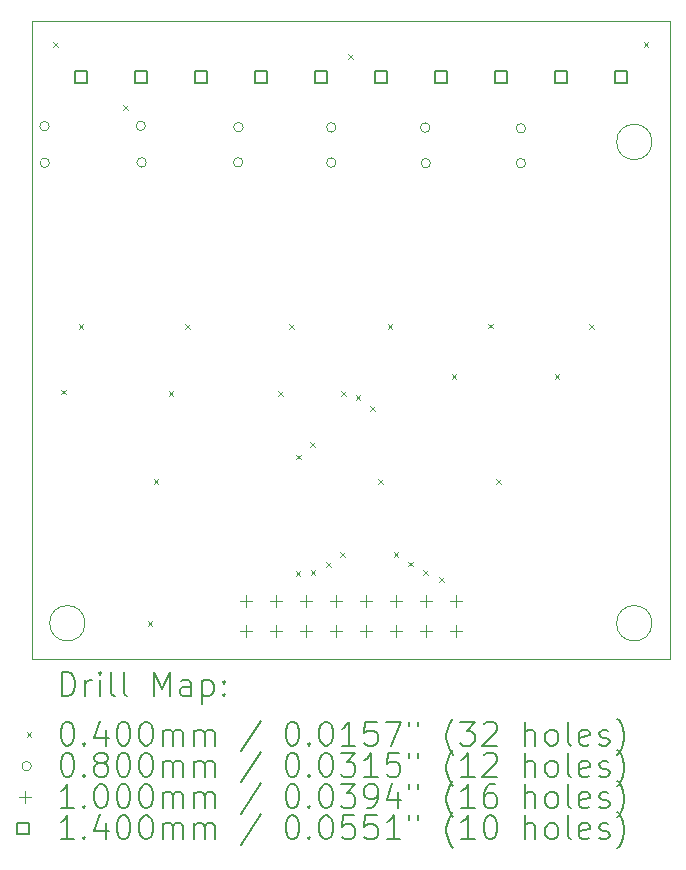
<source format=gbr>
%TF.GenerationSoftware,KiCad,Pcbnew,6.0.7+dfsg-1~bpo11+1*%
%TF.CreationDate,2022-10-12T23:40:45+02:00*%
%TF.ProjectId,rib6out_01,72696236-6f75-4745-9f30-312e6b696361,rev?*%
%TF.SameCoordinates,Original*%
%TF.FileFunction,Drillmap*%
%TF.FilePolarity,Positive*%
%FSLAX45Y45*%
G04 Gerber Fmt 4.5, Leading zero omitted, Abs format (unit mm)*
G04 Created by KiCad (PCBNEW 6.0.7+dfsg-1~bpo11+1) date 2022-10-12 23:40:45*
%MOMM*%
%LPD*%
G01*
G04 APERTURE LIST*
%ADD10C,0.100000*%
%ADD11C,0.200000*%
%ADD12C,0.040000*%
%ADD13C,0.080000*%
%ADD14C,0.140000*%
G04 APERTURE END LIST*
D10*
X17850000Y-11700000D02*
G75*
G03*
X17850000Y-11700000I-150000J0D01*
G01*
X13050000Y-11700000D02*
G75*
G03*
X13050000Y-11700000I-150000J0D01*
G01*
X12600000Y-12000000D02*
X18000000Y-12000000D01*
X18000000Y-12000000D02*
X18000000Y-6600000D01*
X18000000Y-6600000D02*
X12600000Y-6600000D01*
X12600000Y-6600000D02*
X12600000Y-12000000D01*
X17850000Y-7625000D02*
G75*
G03*
X17850000Y-7625000I-150000J0D01*
G01*
D11*
D12*
X12780000Y-6780000D02*
X12820000Y-6820000D01*
X12820000Y-6780000D02*
X12780000Y-6820000D01*
X12845000Y-9722000D02*
X12885000Y-9762000D01*
X12885000Y-9722000D02*
X12845000Y-9762000D01*
X12995000Y-9165000D02*
X13035000Y-9205000D01*
X13035000Y-9165000D02*
X12995000Y-9205000D01*
X13371000Y-7311000D02*
X13411000Y-7351000D01*
X13411000Y-7311000D02*
X13371000Y-7351000D01*
X13580000Y-11680000D02*
X13620000Y-11720000D01*
X13620000Y-11680000D02*
X13580000Y-11720000D01*
X13630000Y-10480000D02*
X13670000Y-10520000D01*
X13670000Y-10480000D02*
X13630000Y-10520000D01*
X13757000Y-9733000D02*
X13797000Y-9773000D01*
X13797000Y-9733000D02*
X13757000Y-9773000D01*
X13895000Y-9167000D02*
X13935000Y-9207000D01*
X13935000Y-9167000D02*
X13895000Y-9207000D01*
X14685000Y-9736000D02*
X14725000Y-9776000D01*
X14725000Y-9736000D02*
X14685000Y-9776000D01*
X14778000Y-9167000D02*
X14818000Y-9207000D01*
X14818000Y-9167000D02*
X14778000Y-9207000D01*
X14833000Y-11256000D02*
X14873000Y-11296000D01*
X14873000Y-11256000D02*
X14833000Y-11296000D01*
X14835000Y-10273000D02*
X14875000Y-10313000D01*
X14875000Y-10273000D02*
X14835000Y-10313000D01*
X14956000Y-10167000D02*
X14996000Y-10207000D01*
X14996000Y-10167000D02*
X14956000Y-10207000D01*
X14961000Y-11252000D02*
X15001000Y-11292000D01*
X15001000Y-11252000D02*
X14961000Y-11292000D01*
X15089000Y-11180000D02*
X15129000Y-11220000D01*
X15129000Y-11180000D02*
X15089000Y-11220000D01*
X15212000Y-11101000D02*
X15252000Y-11141000D01*
X15252000Y-11101000D02*
X15212000Y-11141000D01*
X15216000Y-9736000D02*
X15256000Y-9776000D01*
X15256000Y-9736000D02*
X15216000Y-9776000D01*
X15280000Y-6880000D02*
X15320000Y-6920000D01*
X15320000Y-6880000D02*
X15280000Y-6920000D01*
X15341500Y-9767500D02*
X15381500Y-9807500D01*
X15381500Y-9767500D02*
X15341500Y-9807500D01*
X15466000Y-9862000D02*
X15506000Y-9902000D01*
X15506000Y-9862000D02*
X15466000Y-9902000D01*
X15530000Y-10480000D02*
X15570000Y-10520000D01*
X15570000Y-10480000D02*
X15530000Y-10520000D01*
X15613000Y-9165000D02*
X15653000Y-9205000D01*
X15653000Y-9165000D02*
X15613000Y-9205000D01*
X15663000Y-11100000D02*
X15703000Y-11140000D01*
X15703000Y-11100000D02*
X15663000Y-11140000D01*
X15783500Y-11179500D02*
X15823500Y-11219500D01*
X15823500Y-11179500D02*
X15783500Y-11219500D01*
X15915000Y-11253000D02*
X15955000Y-11293000D01*
X15955000Y-11253000D02*
X15915000Y-11293000D01*
X16047000Y-11307000D02*
X16087000Y-11347000D01*
X16087000Y-11307000D02*
X16047000Y-11347000D01*
X16154000Y-9589000D02*
X16194000Y-9629000D01*
X16194000Y-9589000D02*
X16154000Y-9629000D01*
X16464000Y-9164000D02*
X16504000Y-9204000D01*
X16504000Y-9164000D02*
X16464000Y-9204000D01*
X16530000Y-10480000D02*
X16570000Y-10520000D01*
X16570000Y-10480000D02*
X16530000Y-10520000D01*
X17026000Y-9592000D02*
X17066000Y-9632000D01*
X17066000Y-9592000D02*
X17026000Y-9632000D01*
X17320000Y-9165000D02*
X17360000Y-9205000D01*
X17360000Y-9165000D02*
X17320000Y-9205000D01*
X17780000Y-6780000D02*
X17820000Y-6820000D01*
X17820000Y-6780000D02*
X17780000Y-6820000D01*
D13*
X12747000Y-7491000D02*
G75*
G03*
X12747000Y-7491000I-40000J0D01*
G01*
X12749000Y-7802000D02*
G75*
G03*
X12749000Y-7802000I-40000J0D01*
G01*
X13562000Y-7489000D02*
G75*
G03*
X13562000Y-7489000I-40000J0D01*
G01*
X13569000Y-7798000D02*
G75*
G03*
X13569000Y-7798000I-40000J0D01*
G01*
X14386000Y-7798000D02*
G75*
G03*
X14386000Y-7798000I-40000J0D01*
G01*
X14389000Y-7499000D02*
G75*
G03*
X14389000Y-7499000I-40000J0D01*
G01*
X15175000Y-7502000D02*
G75*
G03*
X15175000Y-7502000I-40000J0D01*
G01*
X15175000Y-7800000D02*
G75*
G03*
X15175000Y-7800000I-40000J0D01*
G01*
X15970000Y-7503000D02*
G75*
G03*
X15970000Y-7503000I-40000J0D01*
G01*
X15975000Y-7805000D02*
G75*
G03*
X15975000Y-7805000I-40000J0D01*
G01*
X16780000Y-7510000D02*
G75*
G03*
X16780000Y-7510000I-40000J0D01*
G01*
X16780000Y-7805000D02*
G75*
G03*
X16780000Y-7805000I-40000J0D01*
G01*
D10*
X14411000Y-11462000D02*
X14411000Y-11562000D01*
X14361000Y-11512000D02*
X14461000Y-11512000D01*
X14411000Y-11716000D02*
X14411000Y-11816000D01*
X14361000Y-11766000D02*
X14461000Y-11766000D01*
X14665000Y-11462000D02*
X14665000Y-11562000D01*
X14615000Y-11512000D02*
X14715000Y-11512000D01*
X14665000Y-11716000D02*
X14665000Y-11816000D01*
X14615000Y-11766000D02*
X14715000Y-11766000D01*
X14919000Y-11462000D02*
X14919000Y-11562000D01*
X14869000Y-11512000D02*
X14969000Y-11512000D01*
X14919000Y-11716000D02*
X14919000Y-11816000D01*
X14869000Y-11766000D02*
X14969000Y-11766000D01*
X15173000Y-11462000D02*
X15173000Y-11562000D01*
X15123000Y-11512000D02*
X15223000Y-11512000D01*
X15173000Y-11716000D02*
X15173000Y-11816000D01*
X15123000Y-11766000D02*
X15223000Y-11766000D01*
X15427000Y-11462000D02*
X15427000Y-11562000D01*
X15377000Y-11512000D02*
X15477000Y-11512000D01*
X15427000Y-11716000D02*
X15427000Y-11816000D01*
X15377000Y-11766000D02*
X15477000Y-11766000D01*
X15681000Y-11462000D02*
X15681000Y-11562000D01*
X15631000Y-11512000D02*
X15731000Y-11512000D01*
X15681000Y-11716000D02*
X15681000Y-11816000D01*
X15631000Y-11766000D02*
X15731000Y-11766000D01*
X15935000Y-11462000D02*
X15935000Y-11562000D01*
X15885000Y-11512000D02*
X15985000Y-11512000D01*
X15935000Y-11716000D02*
X15935000Y-11816000D01*
X15885000Y-11766000D02*
X15985000Y-11766000D01*
X16189000Y-11462000D02*
X16189000Y-11562000D01*
X16139000Y-11512000D02*
X16239000Y-11512000D01*
X16189000Y-11716000D02*
X16189000Y-11816000D01*
X16139000Y-11766000D02*
X16239000Y-11766000D01*
D14*
X13063498Y-7127248D02*
X13063498Y-7028252D01*
X12964502Y-7028252D01*
X12964502Y-7127248D01*
X13063498Y-7127248D01*
X13571498Y-7127248D02*
X13571498Y-7028252D01*
X13472502Y-7028252D01*
X13472502Y-7127248D01*
X13571498Y-7127248D01*
X14079498Y-7127248D02*
X14079498Y-7028252D01*
X13980502Y-7028252D01*
X13980502Y-7127248D01*
X14079498Y-7127248D01*
X14587498Y-7127248D02*
X14587498Y-7028252D01*
X14488502Y-7028252D01*
X14488502Y-7127248D01*
X14587498Y-7127248D01*
X15095498Y-7127248D02*
X15095498Y-7028252D01*
X14996502Y-7028252D01*
X14996502Y-7127248D01*
X15095498Y-7127248D01*
X15603498Y-7127248D02*
X15603498Y-7028252D01*
X15504502Y-7028252D01*
X15504502Y-7127248D01*
X15603498Y-7127248D01*
X16111498Y-7127248D02*
X16111498Y-7028252D01*
X16012502Y-7028252D01*
X16012502Y-7127248D01*
X16111498Y-7127248D01*
X16619498Y-7127248D02*
X16619498Y-7028252D01*
X16520502Y-7028252D01*
X16520502Y-7127248D01*
X16619498Y-7127248D01*
X17127498Y-7127248D02*
X17127498Y-7028252D01*
X17028502Y-7028252D01*
X17028502Y-7127248D01*
X17127498Y-7127248D01*
X17635498Y-7127248D02*
X17635498Y-7028252D01*
X17536502Y-7028252D01*
X17536502Y-7127248D01*
X17635498Y-7127248D01*
D11*
X12852619Y-12315476D02*
X12852619Y-12115476D01*
X12900238Y-12115476D01*
X12928809Y-12125000D01*
X12947857Y-12144048D01*
X12957381Y-12163095D01*
X12966905Y-12201190D01*
X12966905Y-12229762D01*
X12957381Y-12267857D01*
X12947857Y-12286905D01*
X12928809Y-12305952D01*
X12900238Y-12315476D01*
X12852619Y-12315476D01*
X13052619Y-12315476D02*
X13052619Y-12182143D01*
X13052619Y-12220238D02*
X13062143Y-12201190D01*
X13071667Y-12191667D01*
X13090714Y-12182143D01*
X13109762Y-12182143D01*
X13176428Y-12315476D02*
X13176428Y-12182143D01*
X13176428Y-12115476D02*
X13166905Y-12125000D01*
X13176428Y-12134524D01*
X13185952Y-12125000D01*
X13176428Y-12115476D01*
X13176428Y-12134524D01*
X13300238Y-12315476D02*
X13281190Y-12305952D01*
X13271667Y-12286905D01*
X13271667Y-12115476D01*
X13405000Y-12315476D02*
X13385952Y-12305952D01*
X13376428Y-12286905D01*
X13376428Y-12115476D01*
X13633571Y-12315476D02*
X13633571Y-12115476D01*
X13700238Y-12258333D01*
X13766905Y-12115476D01*
X13766905Y-12315476D01*
X13947857Y-12315476D02*
X13947857Y-12210714D01*
X13938333Y-12191667D01*
X13919286Y-12182143D01*
X13881190Y-12182143D01*
X13862143Y-12191667D01*
X13947857Y-12305952D02*
X13928809Y-12315476D01*
X13881190Y-12315476D01*
X13862143Y-12305952D01*
X13852619Y-12286905D01*
X13852619Y-12267857D01*
X13862143Y-12248809D01*
X13881190Y-12239286D01*
X13928809Y-12239286D01*
X13947857Y-12229762D01*
X14043095Y-12182143D02*
X14043095Y-12382143D01*
X14043095Y-12191667D02*
X14062143Y-12182143D01*
X14100238Y-12182143D01*
X14119286Y-12191667D01*
X14128809Y-12201190D01*
X14138333Y-12220238D01*
X14138333Y-12277381D01*
X14128809Y-12296428D01*
X14119286Y-12305952D01*
X14100238Y-12315476D01*
X14062143Y-12315476D01*
X14043095Y-12305952D01*
X14224048Y-12296428D02*
X14233571Y-12305952D01*
X14224048Y-12315476D01*
X14214524Y-12305952D01*
X14224048Y-12296428D01*
X14224048Y-12315476D01*
X14224048Y-12191667D02*
X14233571Y-12201190D01*
X14224048Y-12210714D01*
X14214524Y-12201190D01*
X14224048Y-12191667D01*
X14224048Y-12210714D01*
D12*
X12555000Y-12625000D02*
X12595000Y-12665000D01*
X12595000Y-12625000D02*
X12555000Y-12665000D01*
D11*
X12890714Y-12535476D02*
X12909762Y-12535476D01*
X12928809Y-12545000D01*
X12938333Y-12554524D01*
X12947857Y-12573571D01*
X12957381Y-12611667D01*
X12957381Y-12659286D01*
X12947857Y-12697381D01*
X12938333Y-12716428D01*
X12928809Y-12725952D01*
X12909762Y-12735476D01*
X12890714Y-12735476D01*
X12871667Y-12725952D01*
X12862143Y-12716428D01*
X12852619Y-12697381D01*
X12843095Y-12659286D01*
X12843095Y-12611667D01*
X12852619Y-12573571D01*
X12862143Y-12554524D01*
X12871667Y-12545000D01*
X12890714Y-12535476D01*
X13043095Y-12716428D02*
X13052619Y-12725952D01*
X13043095Y-12735476D01*
X13033571Y-12725952D01*
X13043095Y-12716428D01*
X13043095Y-12735476D01*
X13224048Y-12602143D02*
X13224048Y-12735476D01*
X13176428Y-12525952D02*
X13128809Y-12668809D01*
X13252619Y-12668809D01*
X13366905Y-12535476D02*
X13385952Y-12535476D01*
X13405000Y-12545000D01*
X13414524Y-12554524D01*
X13424048Y-12573571D01*
X13433571Y-12611667D01*
X13433571Y-12659286D01*
X13424048Y-12697381D01*
X13414524Y-12716428D01*
X13405000Y-12725952D01*
X13385952Y-12735476D01*
X13366905Y-12735476D01*
X13347857Y-12725952D01*
X13338333Y-12716428D01*
X13328809Y-12697381D01*
X13319286Y-12659286D01*
X13319286Y-12611667D01*
X13328809Y-12573571D01*
X13338333Y-12554524D01*
X13347857Y-12545000D01*
X13366905Y-12535476D01*
X13557381Y-12535476D02*
X13576428Y-12535476D01*
X13595476Y-12545000D01*
X13605000Y-12554524D01*
X13614524Y-12573571D01*
X13624048Y-12611667D01*
X13624048Y-12659286D01*
X13614524Y-12697381D01*
X13605000Y-12716428D01*
X13595476Y-12725952D01*
X13576428Y-12735476D01*
X13557381Y-12735476D01*
X13538333Y-12725952D01*
X13528809Y-12716428D01*
X13519286Y-12697381D01*
X13509762Y-12659286D01*
X13509762Y-12611667D01*
X13519286Y-12573571D01*
X13528809Y-12554524D01*
X13538333Y-12545000D01*
X13557381Y-12535476D01*
X13709762Y-12735476D02*
X13709762Y-12602143D01*
X13709762Y-12621190D02*
X13719286Y-12611667D01*
X13738333Y-12602143D01*
X13766905Y-12602143D01*
X13785952Y-12611667D01*
X13795476Y-12630714D01*
X13795476Y-12735476D01*
X13795476Y-12630714D02*
X13805000Y-12611667D01*
X13824048Y-12602143D01*
X13852619Y-12602143D01*
X13871667Y-12611667D01*
X13881190Y-12630714D01*
X13881190Y-12735476D01*
X13976428Y-12735476D02*
X13976428Y-12602143D01*
X13976428Y-12621190D02*
X13985952Y-12611667D01*
X14005000Y-12602143D01*
X14033571Y-12602143D01*
X14052619Y-12611667D01*
X14062143Y-12630714D01*
X14062143Y-12735476D01*
X14062143Y-12630714D02*
X14071667Y-12611667D01*
X14090714Y-12602143D01*
X14119286Y-12602143D01*
X14138333Y-12611667D01*
X14147857Y-12630714D01*
X14147857Y-12735476D01*
X14538333Y-12525952D02*
X14366905Y-12783095D01*
X14795476Y-12535476D02*
X14814524Y-12535476D01*
X14833571Y-12545000D01*
X14843095Y-12554524D01*
X14852619Y-12573571D01*
X14862143Y-12611667D01*
X14862143Y-12659286D01*
X14852619Y-12697381D01*
X14843095Y-12716428D01*
X14833571Y-12725952D01*
X14814524Y-12735476D01*
X14795476Y-12735476D01*
X14776428Y-12725952D01*
X14766905Y-12716428D01*
X14757381Y-12697381D01*
X14747857Y-12659286D01*
X14747857Y-12611667D01*
X14757381Y-12573571D01*
X14766905Y-12554524D01*
X14776428Y-12545000D01*
X14795476Y-12535476D01*
X14947857Y-12716428D02*
X14957381Y-12725952D01*
X14947857Y-12735476D01*
X14938333Y-12725952D01*
X14947857Y-12716428D01*
X14947857Y-12735476D01*
X15081190Y-12535476D02*
X15100238Y-12535476D01*
X15119286Y-12545000D01*
X15128809Y-12554524D01*
X15138333Y-12573571D01*
X15147857Y-12611667D01*
X15147857Y-12659286D01*
X15138333Y-12697381D01*
X15128809Y-12716428D01*
X15119286Y-12725952D01*
X15100238Y-12735476D01*
X15081190Y-12735476D01*
X15062143Y-12725952D01*
X15052619Y-12716428D01*
X15043095Y-12697381D01*
X15033571Y-12659286D01*
X15033571Y-12611667D01*
X15043095Y-12573571D01*
X15052619Y-12554524D01*
X15062143Y-12545000D01*
X15081190Y-12535476D01*
X15338333Y-12735476D02*
X15224048Y-12735476D01*
X15281190Y-12735476D02*
X15281190Y-12535476D01*
X15262143Y-12564048D01*
X15243095Y-12583095D01*
X15224048Y-12592619D01*
X15519286Y-12535476D02*
X15424048Y-12535476D01*
X15414524Y-12630714D01*
X15424048Y-12621190D01*
X15443095Y-12611667D01*
X15490714Y-12611667D01*
X15509762Y-12621190D01*
X15519286Y-12630714D01*
X15528809Y-12649762D01*
X15528809Y-12697381D01*
X15519286Y-12716428D01*
X15509762Y-12725952D01*
X15490714Y-12735476D01*
X15443095Y-12735476D01*
X15424048Y-12725952D01*
X15414524Y-12716428D01*
X15595476Y-12535476D02*
X15728809Y-12535476D01*
X15643095Y-12735476D01*
X15795476Y-12535476D02*
X15795476Y-12573571D01*
X15871667Y-12535476D02*
X15871667Y-12573571D01*
X16166905Y-12811667D02*
X16157381Y-12802143D01*
X16138333Y-12773571D01*
X16128809Y-12754524D01*
X16119286Y-12725952D01*
X16109762Y-12678333D01*
X16109762Y-12640238D01*
X16119286Y-12592619D01*
X16128809Y-12564048D01*
X16138333Y-12545000D01*
X16157381Y-12516428D01*
X16166905Y-12506905D01*
X16224048Y-12535476D02*
X16347857Y-12535476D01*
X16281190Y-12611667D01*
X16309762Y-12611667D01*
X16328809Y-12621190D01*
X16338333Y-12630714D01*
X16347857Y-12649762D01*
X16347857Y-12697381D01*
X16338333Y-12716428D01*
X16328809Y-12725952D01*
X16309762Y-12735476D01*
X16252619Y-12735476D01*
X16233571Y-12725952D01*
X16224048Y-12716428D01*
X16424048Y-12554524D02*
X16433571Y-12545000D01*
X16452619Y-12535476D01*
X16500238Y-12535476D01*
X16519286Y-12545000D01*
X16528809Y-12554524D01*
X16538333Y-12573571D01*
X16538333Y-12592619D01*
X16528809Y-12621190D01*
X16414524Y-12735476D01*
X16538333Y-12735476D01*
X16776428Y-12735476D02*
X16776428Y-12535476D01*
X16862143Y-12735476D02*
X16862143Y-12630714D01*
X16852619Y-12611667D01*
X16833571Y-12602143D01*
X16805000Y-12602143D01*
X16785952Y-12611667D01*
X16776428Y-12621190D01*
X16985952Y-12735476D02*
X16966905Y-12725952D01*
X16957381Y-12716428D01*
X16947857Y-12697381D01*
X16947857Y-12640238D01*
X16957381Y-12621190D01*
X16966905Y-12611667D01*
X16985952Y-12602143D01*
X17014524Y-12602143D01*
X17033571Y-12611667D01*
X17043095Y-12621190D01*
X17052619Y-12640238D01*
X17052619Y-12697381D01*
X17043095Y-12716428D01*
X17033571Y-12725952D01*
X17014524Y-12735476D01*
X16985952Y-12735476D01*
X17166905Y-12735476D02*
X17147857Y-12725952D01*
X17138333Y-12706905D01*
X17138333Y-12535476D01*
X17319286Y-12725952D02*
X17300238Y-12735476D01*
X17262143Y-12735476D01*
X17243095Y-12725952D01*
X17233571Y-12706905D01*
X17233571Y-12630714D01*
X17243095Y-12611667D01*
X17262143Y-12602143D01*
X17300238Y-12602143D01*
X17319286Y-12611667D01*
X17328810Y-12630714D01*
X17328810Y-12649762D01*
X17233571Y-12668809D01*
X17405000Y-12725952D02*
X17424048Y-12735476D01*
X17462143Y-12735476D01*
X17481190Y-12725952D01*
X17490714Y-12706905D01*
X17490714Y-12697381D01*
X17481190Y-12678333D01*
X17462143Y-12668809D01*
X17433571Y-12668809D01*
X17414524Y-12659286D01*
X17405000Y-12640238D01*
X17405000Y-12630714D01*
X17414524Y-12611667D01*
X17433571Y-12602143D01*
X17462143Y-12602143D01*
X17481190Y-12611667D01*
X17557381Y-12811667D02*
X17566905Y-12802143D01*
X17585952Y-12773571D01*
X17595476Y-12754524D01*
X17605000Y-12725952D01*
X17614524Y-12678333D01*
X17614524Y-12640238D01*
X17605000Y-12592619D01*
X17595476Y-12564048D01*
X17585952Y-12545000D01*
X17566905Y-12516428D01*
X17557381Y-12506905D01*
D13*
X12595000Y-12909000D02*
G75*
G03*
X12595000Y-12909000I-40000J0D01*
G01*
D11*
X12890714Y-12799476D02*
X12909762Y-12799476D01*
X12928809Y-12809000D01*
X12938333Y-12818524D01*
X12947857Y-12837571D01*
X12957381Y-12875667D01*
X12957381Y-12923286D01*
X12947857Y-12961381D01*
X12938333Y-12980428D01*
X12928809Y-12989952D01*
X12909762Y-12999476D01*
X12890714Y-12999476D01*
X12871667Y-12989952D01*
X12862143Y-12980428D01*
X12852619Y-12961381D01*
X12843095Y-12923286D01*
X12843095Y-12875667D01*
X12852619Y-12837571D01*
X12862143Y-12818524D01*
X12871667Y-12809000D01*
X12890714Y-12799476D01*
X13043095Y-12980428D02*
X13052619Y-12989952D01*
X13043095Y-12999476D01*
X13033571Y-12989952D01*
X13043095Y-12980428D01*
X13043095Y-12999476D01*
X13166905Y-12885190D02*
X13147857Y-12875667D01*
X13138333Y-12866143D01*
X13128809Y-12847095D01*
X13128809Y-12837571D01*
X13138333Y-12818524D01*
X13147857Y-12809000D01*
X13166905Y-12799476D01*
X13205000Y-12799476D01*
X13224048Y-12809000D01*
X13233571Y-12818524D01*
X13243095Y-12837571D01*
X13243095Y-12847095D01*
X13233571Y-12866143D01*
X13224048Y-12875667D01*
X13205000Y-12885190D01*
X13166905Y-12885190D01*
X13147857Y-12894714D01*
X13138333Y-12904238D01*
X13128809Y-12923286D01*
X13128809Y-12961381D01*
X13138333Y-12980428D01*
X13147857Y-12989952D01*
X13166905Y-12999476D01*
X13205000Y-12999476D01*
X13224048Y-12989952D01*
X13233571Y-12980428D01*
X13243095Y-12961381D01*
X13243095Y-12923286D01*
X13233571Y-12904238D01*
X13224048Y-12894714D01*
X13205000Y-12885190D01*
X13366905Y-12799476D02*
X13385952Y-12799476D01*
X13405000Y-12809000D01*
X13414524Y-12818524D01*
X13424048Y-12837571D01*
X13433571Y-12875667D01*
X13433571Y-12923286D01*
X13424048Y-12961381D01*
X13414524Y-12980428D01*
X13405000Y-12989952D01*
X13385952Y-12999476D01*
X13366905Y-12999476D01*
X13347857Y-12989952D01*
X13338333Y-12980428D01*
X13328809Y-12961381D01*
X13319286Y-12923286D01*
X13319286Y-12875667D01*
X13328809Y-12837571D01*
X13338333Y-12818524D01*
X13347857Y-12809000D01*
X13366905Y-12799476D01*
X13557381Y-12799476D02*
X13576428Y-12799476D01*
X13595476Y-12809000D01*
X13605000Y-12818524D01*
X13614524Y-12837571D01*
X13624048Y-12875667D01*
X13624048Y-12923286D01*
X13614524Y-12961381D01*
X13605000Y-12980428D01*
X13595476Y-12989952D01*
X13576428Y-12999476D01*
X13557381Y-12999476D01*
X13538333Y-12989952D01*
X13528809Y-12980428D01*
X13519286Y-12961381D01*
X13509762Y-12923286D01*
X13509762Y-12875667D01*
X13519286Y-12837571D01*
X13528809Y-12818524D01*
X13538333Y-12809000D01*
X13557381Y-12799476D01*
X13709762Y-12999476D02*
X13709762Y-12866143D01*
X13709762Y-12885190D02*
X13719286Y-12875667D01*
X13738333Y-12866143D01*
X13766905Y-12866143D01*
X13785952Y-12875667D01*
X13795476Y-12894714D01*
X13795476Y-12999476D01*
X13795476Y-12894714D02*
X13805000Y-12875667D01*
X13824048Y-12866143D01*
X13852619Y-12866143D01*
X13871667Y-12875667D01*
X13881190Y-12894714D01*
X13881190Y-12999476D01*
X13976428Y-12999476D02*
X13976428Y-12866143D01*
X13976428Y-12885190D02*
X13985952Y-12875667D01*
X14005000Y-12866143D01*
X14033571Y-12866143D01*
X14052619Y-12875667D01*
X14062143Y-12894714D01*
X14062143Y-12999476D01*
X14062143Y-12894714D02*
X14071667Y-12875667D01*
X14090714Y-12866143D01*
X14119286Y-12866143D01*
X14138333Y-12875667D01*
X14147857Y-12894714D01*
X14147857Y-12999476D01*
X14538333Y-12789952D02*
X14366905Y-13047095D01*
X14795476Y-12799476D02*
X14814524Y-12799476D01*
X14833571Y-12809000D01*
X14843095Y-12818524D01*
X14852619Y-12837571D01*
X14862143Y-12875667D01*
X14862143Y-12923286D01*
X14852619Y-12961381D01*
X14843095Y-12980428D01*
X14833571Y-12989952D01*
X14814524Y-12999476D01*
X14795476Y-12999476D01*
X14776428Y-12989952D01*
X14766905Y-12980428D01*
X14757381Y-12961381D01*
X14747857Y-12923286D01*
X14747857Y-12875667D01*
X14757381Y-12837571D01*
X14766905Y-12818524D01*
X14776428Y-12809000D01*
X14795476Y-12799476D01*
X14947857Y-12980428D02*
X14957381Y-12989952D01*
X14947857Y-12999476D01*
X14938333Y-12989952D01*
X14947857Y-12980428D01*
X14947857Y-12999476D01*
X15081190Y-12799476D02*
X15100238Y-12799476D01*
X15119286Y-12809000D01*
X15128809Y-12818524D01*
X15138333Y-12837571D01*
X15147857Y-12875667D01*
X15147857Y-12923286D01*
X15138333Y-12961381D01*
X15128809Y-12980428D01*
X15119286Y-12989952D01*
X15100238Y-12999476D01*
X15081190Y-12999476D01*
X15062143Y-12989952D01*
X15052619Y-12980428D01*
X15043095Y-12961381D01*
X15033571Y-12923286D01*
X15033571Y-12875667D01*
X15043095Y-12837571D01*
X15052619Y-12818524D01*
X15062143Y-12809000D01*
X15081190Y-12799476D01*
X15214524Y-12799476D02*
X15338333Y-12799476D01*
X15271667Y-12875667D01*
X15300238Y-12875667D01*
X15319286Y-12885190D01*
X15328809Y-12894714D01*
X15338333Y-12913762D01*
X15338333Y-12961381D01*
X15328809Y-12980428D01*
X15319286Y-12989952D01*
X15300238Y-12999476D01*
X15243095Y-12999476D01*
X15224048Y-12989952D01*
X15214524Y-12980428D01*
X15528809Y-12999476D02*
X15414524Y-12999476D01*
X15471667Y-12999476D02*
X15471667Y-12799476D01*
X15452619Y-12828048D01*
X15433571Y-12847095D01*
X15414524Y-12856619D01*
X15709762Y-12799476D02*
X15614524Y-12799476D01*
X15605000Y-12894714D01*
X15614524Y-12885190D01*
X15633571Y-12875667D01*
X15681190Y-12875667D01*
X15700238Y-12885190D01*
X15709762Y-12894714D01*
X15719286Y-12913762D01*
X15719286Y-12961381D01*
X15709762Y-12980428D01*
X15700238Y-12989952D01*
X15681190Y-12999476D01*
X15633571Y-12999476D01*
X15614524Y-12989952D01*
X15605000Y-12980428D01*
X15795476Y-12799476D02*
X15795476Y-12837571D01*
X15871667Y-12799476D02*
X15871667Y-12837571D01*
X16166905Y-13075667D02*
X16157381Y-13066143D01*
X16138333Y-13037571D01*
X16128809Y-13018524D01*
X16119286Y-12989952D01*
X16109762Y-12942333D01*
X16109762Y-12904238D01*
X16119286Y-12856619D01*
X16128809Y-12828048D01*
X16138333Y-12809000D01*
X16157381Y-12780428D01*
X16166905Y-12770905D01*
X16347857Y-12999476D02*
X16233571Y-12999476D01*
X16290714Y-12999476D02*
X16290714Y-12799476D01*
X16271667Y-12828048D01*
X16252619Y-12847095D01*
X16233571Y-12856619D01*
X16424048Y-12818524D02*
X16433571Y-12809000D01*
X16452619Y-12799476D01*
X16500238Y-12799476D01*
X16519286Y-12809000D01*
X16528809Y-12818524D01*
X16538333Y-12837571D01*
X16538333Y-12856619D01*
X16528809Y-12885190D01*
X16414524Y-12999476D01*
X16538333Y-12999476D01*
X16776428Y-12999476D02*
X16776428Y-12799476D01*
X16862143Y-12999476D02*
X16862143Y-12894714D01*
X16852619Y-12875667D01*
X16833571Y-12866143D01*
X16805000Y-12866143D01*
X16785952Y-12875667D01*
X16776428Y-12885190D01*
X16985952Y-12999476D02*
X16966905Y-12989952D01*
X16957381Y-12980428D01*
X16947857Y-12961381D01*
X16947857Y-12904238D01*
X16957381Y-12885190D01*
X16966905Y-12875667D01*
X16985952Y-12866143D01*
X17014524Y-12866143D01*
X17033571Y-12875667D01*
X17043095Y-12885190D01*
X17052619Y-12904238D01*
X17052619Y-12961381D01*
X17043095Y-12980428D01*
X17033571Y-12989952D01*
X17014524Y-12999476D01*
X16985952Y-12999476D01*
X17166905Y-12999476D02*
X17147857Y-12989952D01*
X17138333Y-12970905D01*
X17138333Y-12799476D01*
X17319286Y-12989952D02*
X17300238Y-12999476D01*
X17262143Y-12999476D01*
X17243095Y-12989952D01*
X17233571Y-12970905D01*
X17233571Y-12894714D01*
X17243095Y-12875667D01*
X17262143Y-12866143D01*
X17300238Y-12866143D01*
X17319286Y-12875667D01*
X17328810Y-12894714D01*
X17328810Y-12913762D01*
X17233571Y-12932809D01*
X17405000Y-12989952D02*
X17424048Y-12999476D01*
X17462143Y-12999476D01*
X17481190Y-12989952D01*
X17490714Y-12970905D01*
X17490714Y-12961381D01*
X17481190Y-12942333D01*
X17462143Y-12932809D01*
X17433571Y-12932809D01*
X17414524Y-12923286D01*
X17405000Y-12904238D01*
X17405000Y-12894714D01*
X17414524Y-12875667D01*
X17433571Y-12866143D01*
X17462143Y-12866143D01*
X17481190Y-12875667D01*
X17557381Y-13075667D02*
X17566905Y-13066143D01*
X17585952Y-13037571D01*
X17595476Y-13018524D01*
X17605000Y-12989952D01*
X17614524Y-12942333D01*
X17614524Y-12904238D01*
X17605000Y-12856619D01*
X17595476Y-12828048D01*
X17585952Y-12809000D01*
X17566905Y-12780428D01*
X17557381Y-12770905D01*
D10*
X12545000Y-13123000D02*
X12545000Y-13223000D01*
X12495000Y-13173000D02*
X12595000Y-13173000D01*
D11*
X12957381Y-13263476D02*
X12843095Y-13263476D01*
X12900238Y-13263476D02*
X12900238Y-13063476D01*
X12881190Y-13092048D01*
X12862143Y-13111095D01*
X12843095Y-13120619D01*
X13043095Y-13244428D02*
X13052619Y-13253952D01*
X13043095Y-13263476D01*
X13033571Y-13253952D01*
X13043095Y-13244428D01*
X13043095Y-13263476D01*
X13176428Y-13063476D02*
X13195476Y-13063476D01*
X13214524Y-13073000D01*
X13224048Y-13082524D01*
X13233571Y-13101571D01*
X13243095Y-13139667D01*
X13243095Y-13187286D01*
X13233571Y-13225381D01*
X13224048Y-13244428D01*
X13214524Y-13253952D01*
X13195476Y-13263476D01*
X13176428Y-13263476D01*
X13157381Y-13253952D01*
X13147857Y-13244428D01*
X13138333Y-13225381D01*
X13128809Y-13187286D01*
X13128809Y-13139667D01*
X13138333Y-13101571D01*
X13147857Y-13082524D01*
X13157381Y-13073000D01*
X13176428Y-13063476D01*
X13366905Y-13063476D02*
X13385952Y-13063476D01*
X13405000Y-13073000D01*
X13414524Y-13082524D01*
X13424048Y-13101571D01*
X13433571Y-13139667D01*
X13433571Y-13187286D01*
X13424048Y-13225381D01*
X13414524Y-13244428D01*
X13405000Y-13253952D01*
X13385952Y-13263476D01*
X13366905Y-13263476D01*
X13347857Y-13253952D01*
X13338333Y-13244428D01*
X13328809Y-13225381D01*
X13319286Y-13187286D01*
X13319286Y-13139667D01*
X13328809Y-13101571D01*
X13338333Y-13082524D01*
X13347857Y-13073000D01*
X13366905Y-13063476D01*
X13557381Y-13063476D02*
X13576428Y-13063476D01*
X13595476Y-13073000D01*
X13605000Y-13082524D01*
X13614524Y-13101571D01*
X13624048Y-13139667D01*
X13624048Y-13187286D01*
X13614524Y-13225381D01*
X13605000Y-13244428D01*
X13595476Y-13253952D01*
X13576428Y-13263476D01*
X13557381Y-13263476D01*
X13538333Y-13253952D01*
X13528809Y-13244428D01*
X13519286Y-13225381D01*
X13509762Y-13187286D01*
X13509762Y-13139667D01*
X13519286Y-13101571D01*
X13528809Y-13082524D01*
X13538333Y-13073000D01*
X13557381Y-13063476D01*
X13709762Y-13263476D02*
X13709762Y-13130143D01*
X13709762Y-13149190D02*
X13719286Y-13139667D01*
X13738333Y-13130143D01*
X13766905Y-13130143D01*
X13785952Y-13139667D01*
X13795476Y-13158714D01*
X13795476Y-13263476D01*
X13795476Y-13158714D02*
X13805000Y-13139667D01*
X13824048Y-13130143D01*
X13852619Y-13130143D01*
X13871667Y-13139667D01*
X13881190Y-13158714D01*
X13881190Y-13263476D01*
X13976428Y-13263476D02*
X13976428Y-13130143D01*
X13976428Y-13149190D02*
X13985952Y-13139667D01*
X14005000Y-13130143D01*
X14033571Y-13130143D01*
X14052619Y-13139667D01*
X14062143Y-13158714D01*
X14062143Y-13263476D01*
X14062143Y-13158714D02*
X14071667Y-13139667D01*
X14090714Y-13130143D01*
X14119286Y-13130143D01*
X14138333Y-13139667D01*
X14147857Y-13158714D01*
X14147857Y-13263476D01*
X14538333Y-13053952D02*
X14366905Y-13311095D01*
X14795476Y-13063476D02*
X14814524Y-13063476D01*
X14833571Y-13073000D01*
X14843095Y-13082524D01*
X14852619Y-13101571D01*
X14862143Y-13139667D01*
X14862143Y-13187286D01*
X14852619Y-13225381D01*
X14843095Y-13244428D01*
X14833571Y-13253952D01*
X14814524Y-13263476D01*
X14795476Y-13263476D01*
X14776428Y-13253952D01*
X14766905Y-13244428D01*
X14757381Y-13225381D01*
X14747857Y-13187286D01*
X14747857Y-13139667D01*
X14757381Y-13101571D01*
X14766905Y-13082524D01*
X14776428Y-13073000D01*
X14795476Y-13063476D01*
X14947857Y-13244428D02*
X14957381Y-13253952D01*
X14947857Y-13263476D01*
X14938333Y-13253952D01*
X14947857Y-13244428D01*
X14947857Y-13263476D01*
X15081190Y-13063476D02*
X15100238Y-13063476D01*
X15119286Y-13073000D01*
X15128809Y-13082524D01*
X15138333Y-13101571D01*
X15147857Y-13139667D01*
X15147857Y-13187286D01*
X15138333Y-13225381D01*
X15128809Y-13244428D01*
X15119286Y-13253952D01*
X15100238Y-13263476D01*
X15081190Y-13263476D01*
X15062143Y-13253952D01*
X15052619Y-13244428D01*
X15043095Y-13225381D01*
X15033571Y-13187286D01*
X15033571Y-13139667D01*
X15043095Y-13101571D01*
X15052619Y-13082524D01*
X15062143Y-13073000D01*
X15081190Y-13063476D01*
X15214524Y-13063476D02*
X15338333Y-13063476D01*
X15271667Y-13139667D01*
X15300238Y-13139667D01*
X15319286Y-13149190D01*
X15328809Y-13158714D01*
X15338333Y-13177762D01*
X15338333Y-13225381D01*
X15328809Y-13244428D01*
X15319286Y-13253952D01*
X15300238Y-13263476D01*
X15243095Y-13263476D01*
X15224048Y-13253952D01*
X15214524Y-13244428D01*
X15433571Y-13263476D02*
X15471667Y-13263476D01*
X15490714Y-13253952D01*
X15500238Y-13244428D01*
X15519286Y-13215857D01*
X15528809Y-13177762D01*
X15528809Y-13101571D01*
X15519286Y-13082524D01*
X15509762Y-13073000D01*
X15490714Y-13063476D01*
X15452619Y-13063476D01*
X15433571Y-13073000D01*
X15424048Y-13082524D01*
X15414524Y-13101571D01*
X15414524Y-13149190D01*
X15424048Y-13168238D01*
X15433571Y-13177762D01*
X15452619Y-13187286D01*
X15490714Y-13187286D01*
X15509762Y-13177762D01*
X15519286Y-13168238D01*
X15528809Y-13149190D01*
X15700238Y-13130143D02*
X15700238Y-13263476D01*
X15652619Y-13053952D02*
X15605000Y-13196809D01*
X15728809Y-13196809D01*
X15795476Y-13063476D02*
X15795476Y-13101571D01*
X15871667Y-13063476D02*
X15871667Y-13101571D01*
X16166905Y-13339667D02*
X16157381Y-13330143D01*
X16138333Y-13301571D01*
X16128809Y-13282524D01*
X16119286Y-13253952D01*
X16109762Y-13206333D01*
X16109762Y-13168238D01*
X16119286Y-13120619D01*
X16128809Y-13092048D01*
X16138333Y-13073000D01*
X16157381Y-13044428D01*
X16166905Y-13034905D01*
X16347857Y-13263476D02*
X16233571Y-13263476D01*
X16290714Y-13263476D02*
X16290714Y-13063476D01*
X16271667Y-13092048D01*
X16252619Y-13111095D01*
X16233571Y-13120619D01*
X16519286Y-13063476D02*
X16481190Y-13063476D01*
X16462143Y-13073000D01*
X16452619Y-13082524D01*
X16433571Y-13111095D01*
X16424048Y-13149190D01*
X16424048Y-13225381D01*
X16433571Y-13244428D01*
X16443095Y-13253952D01*
X16462143Y-13263476D01*
X16500238Y-13263476D01*
X16519286Y-13253952D01*
X16528809Y-13244428D01*
X16538333Y-13225381D01*
X16538333Y-13177762D01*
X16528809Y-13158714D01*
X16519286Y-13149190D01*
X16500238Y-13139667D01*
X16462143Y-13139667D01*
X16443095Y-13149190D01*
X16433571Y-13158714D01*
X16424048Y-13177762D01*
X16776428Y-13263476D02*
X16776428Y-13063476D01*
X16862143Y-13263476D02*
X16862143Y-13158714D01*
X16852619Y-13139667D01*
X16833571Y-13130143D01*
X16805000Y-13130143D01*
X16785952Y-13139667D01*
X16776428Y-13149190D01*
X16985952Y-13263476D02*
X16966905Y-13253952D01*
X16957381Y-13244428D01*
X16947857Y-13225381D01*
X16947857Y-13168238D01*
X16957381Y-13149190D01*
X16966905Y-13139667D01*
X16985952Y-13130143D01*
X17014524Y-13130143D01*
X17033571Y-13139667D01*
X17043095Y-13149190D01*
X17052619Y-13168238D01*
X17052619Y-13225381D01*
X17043095Y-13244428D01*
X17033571Y-13253952D01*
X17014524Y-13263476D01*
X16985952Y-13263476D01*
X17166905Y-13263476D02*
X17147857Y-13253952D01*
X17138333Y-13234905D01*
X17138333Y-13063476D01*
X17319286Y-13253952D02*
X17300238Y-13263476D01*
X17262143Y-13263476D01*
X17243095Y-13253952D01*
X17233571Y-13234905D01*
X17233571Y-13158714D01*
X17243095Y-13139667D01*
X17262143Y-13130143D01*
X17300238Y-13130143D01*
X17319286Y-13139667D01*
X17328810Y-13158714D01*
X17328810Y-13177762D01*
X17233571Y-13196809D01*
X17405000Y-13253952D02*
X17424048Y-13263476D01*
X17462143Y-13263476D01*
X17481190Y-13253952D01*
X17490714Y-13234905D01*
X17490714Y-13225381D01*
X17481190Y-13206333D01*
X17462143Y-13196809D01*
X17433571Y-13196809D01*
X17414524Y-13187286D01*
X17405000Y-13168238D01*
X17405000Y-13158714D01*
X17414524Y-13139667D01*
X17433571Y-13130143D01*
X17462143Y-13130143D01*
X17481190Y-13139667D01*
X17557381Y-13339667D02*
X17566905Y-13330143D01*
X17585952Y-13301571D01*
X17595476Y-13282524D01*
X17605000Y-13253952D01*
X17614524Y-13206333D01*
X17614524Y-13168238D01*
X17605000Y-13120619D01*
X17595476Y-13092048D01*
X17585952Y-13073000D01*
X17566905Y-13044428D01*
X17557381Y-13034905D01*
D14*
X12574498Y-13486498D02*
X12574498Y-13387502D01*
X12475502Y-13387502D01*
X12475502Y-13486498D01*
X12574498Y-13486498D01*
D11*
X12957381Y-13527476D02*
X12843095Y-13527476D01*
X12900238Y-13527476D02*
X12900238Y-13327476D01*
X12881190Y-13356048D01*
X12862143Y-13375095D01*
X12843095Y-13384619D01*
X13043095Y-13508428D02*
X13052619Y-13517952D01*
X13043095Y-13527476D01*
X13033571Y-13517952D01*
X13043095Y-13508428D01*
X13043095Y-13527476D01*
X13224048Y-13394143D02*
X13224048Y-13527476D01*
X13176428Y-13317952D02*
X13128809Y-13460809D01*
X13252619Y-13460809D01*
X13366905Y-13327476D02*
X13385952Y-13327476D01*
X13405000Y-13337000D01*
X13414524Y-13346524D01*
X13424048Y-13365571D01*
X13433571Y-13403667D01*
X13433571Y-13451286D01*
X13424048Y-13489381D01*
X13414524Y-13508428D01*
X13405000Y-13517952D01*
X13385952Y-13527476D01*
X13366905Y-13527476D01*
X13347857Y-13517952D01*
X13338333Y-13508428D01*
X13328809Y-13489381D01*
X13319286Y-13451286D01*
X13319286Y-13403667D01*
X13328809Y-13365571D01*
X13338333Y-13346524D01*
X13347857Y-13337000D01*
X13366905Y-13327476D01*
X13557381Y-13327476D02*
X13576428Y-13327476D01*
X13595476Y-13337000D01*
X13605000Y-13346524D01*
X13614524Y-13365571D01*
X13624048Y-13403667D01*
X13624048Y-13451286D01*
X13614524Y-13489381D01*
X13605000Y-13508428D01*
X13595476Y-13517952D01*
X13576428Y-13527476D01*
X13557381Y-13527476D01*
X13538333Y-13517952D01*
X13528809Y-13508428D01*
X13519286Y-13489381D01*
X13509762Y-13451286D01*
X13509762Y-13403667D01*
X13519286Y-13365571D01*
X13528809Y-13346524D01*
X13538333Y-13337000D01*
X13557381Y-13327476D01*
X13709762Y-13527476D02*
X13709762Y-13394143D01*
X13709762Y-13413190D02*
X13719286Y-13403667D01*
X13738333Y-13394143D01*
X13766905Y-13394143D01*
X13785952Y-13403667D01*
X13795476Y-13422714D01*
X13795476Y-13527476D01*
X13795476Y-13422714D02*
X13805000Y-13403667D01*
X13824048Y-13394143D01*
X13852619Y-13394143D01*
X13871667Y-13403667D01*
X13881190Y-13422714D01*
X13881190Y-13527476D01*
X13976428Y-13527476D02*
X13976428Y-13394143D01*
X13976428Y-13413190D02*
X13985952Y-13403667D01*
X14005000Y-13394143D01*
X14033571Y-13394143D01*
X14052619Y-13403667D01*
X14062143Y-13422714D01*
X14062143Y-13527476D01*
X14062143Y-13422714D02*
X14071667Y-13403667D01*
X14090714Y-13394143D01*
X14119286Y-13394143D01*
X14138333Y-13403667D01*
X14147857Y-13422714D01*
X14147857Y-13527476D01*
X14538333Y-13317952D02*
X14366905Y-13575095D01*
X14795476Y-13327476D02*
X14814524Y-13327476D01*
X14833571Y-13337000D01*
X14843095Y-13346524D01*
X14852619Y-13365571D01*
X14862143Y-13403667D01*
X14862143Y-13451286D01*
X14852619Y-13489381D01*
X14843095Y-13508428D01*
X14833571Y-13517952D01*
X14814524Y-13527476D01*
X14795476Y-13527476D01*
X14776428Y-13517952D01*
X14766905Y-13508428D01*
X14757381Y-13489381D01*
X14747857Y-13451286D01*
X14747857Y-13403667D01*
X14757381Y-13365571D01*
X14766905Y-13346524D01*
X14776428Y-13337000D01*
X14795476Y-13327476D01*
X14947857Y-13508428D02*
X14957381Y-13517952D01*
X14947857Y-13527476D01*
X14938333Y-13517952D01*
X14947857Y-13508428D01*
X14947857Y-13527476D01*
X15081190Y-13327476D02*
X15100238Y-13327476D01*
X15119286Y-13337000D01*
X15128809Y-13346524D01*
X15138333Y-13365571D01*
X15147857Y-13403667D01*
X15147857Y-13451286D01*
X15138333Y-13489381D01*
X15128809Y-13508428D01*
X15119286Y-13517952D01*
X15100238Y-13527476D01*
X15081190Y-13527476D01*
X15062143Y-13517952D01*
X15052619Y-13508428D01*
X15043095Y-13489381D01*
X15033571Y-13451286D01*
X15033571Y-13403667D01*
X15043095Y-13365571D01*
X15052619Y-13346524D01*
X15062143Y-13337000D01*
X15081190Y-13327476D01*
X15328809Y-13327476D02*
X15233571Y-13327476D01*
X15224048Y-13422714D01*
X15233571Y-13413190D01*
X15252619Y-13403667D01*
X15300238Y-13403667D01*
X15319286Y-13413190D01*
X15328809Y-13422714D01*
X15338333Y-13441762D01*
X15338333Y-13489381D01*
X15328809Y-13508428D01*
X15319286Y-13517952D01*
X15300238Y-13527476D01*
X15252619Y-13527476D01*
X15233571Y-13517952D01*
X15224048Y-13508428D01*
X15519286Y-13327476D02*
X15424048Y-13327476D01*
X15414524Y-13422714D01*
X15424048Y-13413190D01*
X15443095Y-13403667D01*
X15490714Y-13403667D01*
X15509762Y-13413190D01*
X15519286Y-13422714D01*
X15528809Y-13441762D01*
X15528809Y-13489381D01*
X15519286Y-13508428D01*
X15509762Y-13517952D01*
X15490714Y-13527476D01*
X15443095Y-13527476D01*
X15424048Y-13517952D01*
X15414524Y-13508428D01*
X15719286Y-13527476D02*
X15605000Y-13527476D01*
X15662143Y-13527476D02*
X15662143Y-13327476D01*
X15643095Y-13356048D01*
X15624048Y-13375095D01*
X15605000Y-13384619D01*
X15795476Y-13327476D02*
X15795476Y-13365571D01*
X15871667Y-13327476D02*
X15871667Y-13365571D01*
X16166905Y-13603667D02*
X16157381Y-13594143D01*
X16138333Y-13565571D01*
X16128809Y-13546524D01*
X16119286Y-13517952D01*
X16109762Y-13470333D01*
X16109762Y-13432238D01*
X16119286Y-13384619D01*
X16128809Y-13356048D01*
X16138333Y-13337000D01*
X16157381Y-13308428D01*
X16166905Y-13298905D01*
X16347857Y-13527476D02*
X16233571Y-13527476D01*
X16290714Y-13527476D02*
X16290714Y-13327476D01*
X16271667Y-13356048D01*
X16252619Y-13375095D01*
X16233571Y-13384619D01*
X16471667Y-13327476D02*
X16490714Y-13327476D01*
X16509762Y-13337000D01*
X16519286Y-13346524D01*
X16528809Y-13365571D01*
X16538333Y-13403667D01*
X16538333Y-13451286D01*
X16528809Y-13489381D01*
X16519286Y-13508428D01*
X16509762Y-13517952D01*
X16490714Y-13527476D01*
X16471667Y-13527476D01*
X16452619Y-13517952D01*
X16443095Y-13508428D01*
X16433571Y-13489381D01*
X16424048Y-13451286D01*
X16424048Y-13403667D01*
X16433571Y-13365571D01*
X16443095Y-13346524D01*
X16452619Y-13337000D01*
X16471667Y-13327476D01*
X16776428Y-13527476D02*
X16776428Y-13327476D01*
X16862143Y-13527476D02*
X16862143Y-13422714D01*
X16852619Y-13403667D01*
X16833571Y-13394143D01*
X16805000Y-13394143D01*
X16785952Y-13403667D01*
X16776428Y-13413190D01*
X16985952Y-13527476D02*
X16966905Y-13517952D01*
X16957381Y-13508428D01*
X16947857Y-13489381D01*
X16947857Y-13432238D01*
X16957381Y-13413190D01*
X16966905Y-13403667D01*
X16985952Y-13394143D01*
X17014524Y-13394143D01*
X17033571Y-13403667D01*
X17043095Y-13413190D01*
X17052619Y-13432238D01*
X17052619Y-13489381D01*
X17043095Y-13508428D01*
X17033571Y-13517952D01*
X17014524Y-13527476D01*
X16985952Y-13527476D01*
X17166905Y-13527476D02*
X17147857Y-13517952D01*
X17138333Y-13498905D01*
X17138333Y-13327476D01*
X17319286Y-13517952D02*
X17300238Y-13527476D01*
X17262143Y-13527476D01*
X17243095Y-13517952D01*
X17233571Y-13498905D01*
X17233571Y-13422714D01*
X17243095Y-13403667D01*
X17262143Y-13394143D01*
X17300238Y-13394143D01*
X17319286Y-13403667D01*
X17328810Y-13422714D01*
X17328810Y-13441762D01*
X17233571Y-13460809D01*
X17405000Y-13517952D02*
X17424048Y-13527476D01*
X17462143Y-13527476D01*
X17481190Y-13517952D01*
X17490714Y-13498905D01*
X17490714Y-13489381D01*
X17481190Y-13470333D01*
X17462143Y-13460809D01*
X17433571Y-13460809D01*
X17414524Y-13451286D01*
X17405000Y-13432238D01*
X17405000Y-13422714D01*
X17414524Y-13403667D01*
X17433571Y-13394143D01*
X17462143Y-13394143D01*
X17481190Y-13403667D01*
X17557381Y-13603667D02*
X17566905Y-13594143D01*
X17585952Y-13565571D01*
X17595476Y-13546524D01*
X17605000Y-13517952D01*
X17614524Y-13470333D01*
X17614524Y-13432238D01*
X17605000Y-13384619D01*
X17595476Y-13356048D01*
X17585952Y-13337000D01*
X17566905Y-13308428D01*
X17557381Y-13298905D01*
M02*

</source>
